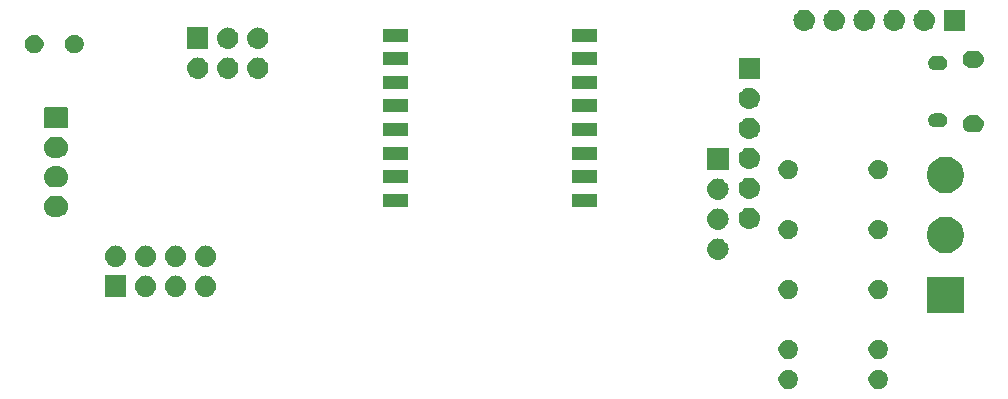
<source format=gbr>
G04 #@! TF.GenerationSoftware,KiCad,Pcbnew,5.0.2+dfsg1-1~bpo9+1*
G04 #@! TF.CreationDate,2020-03-04T21:18:40+01:00*
G04 #@! TF.ProjectId,things_02,7468696e-6773-45f3-9032-2e6b69636164,rev?*
G04 #@! TF.SameCoordinates,Original*
G04 #@! TF.FileFunction,Soldermask,Bot*
G04 #@! TF.FilePolarity,Negative*
%FSLAX46Y46*%
G04 Gerber Fmt 4.6, Leading zero omitted, Abs format (unit mm)*
G04 Created by KiCad (PCBNEW 5.0.2+dfsg1-1~bpo9+1) date Wed Mar  4 21:18:40 2020*
%MOMM*%
%LPD*%
G01*
G04 APERTURE LIST*
%ADD10C,0.100000*%
G04 APERTURE END LIST*
D10*
G36*
X141547142Y-115358242D02*
X141695102Y-115419530D01*
X141828258Y-115508502D01*
X141941498Y-115621742D01*
X142030470Y-115754898D01*
X142091758Y-115902858D01*
X142123000Y-116059925D01*
X142123000Y-116220075D01*
X142091758Y-116377142D01*
X142030470Y-116525102D01*
X141941498Y-116658258D01*
X141828258Y-116771498D01*
X141695102Y-116860470D01*
X141547142Y-116921758D01*
X141390075Y-116953000D01*
X141229925Y-116953000D01*
X141072858Y-116921758D01*
X140924898Y-116860470D01*
X140791742Y-116771498D01*
X140678502Y-116658258D01*
X140589530Y-116525102D01*
X140528242Y-116377142D01*
X140497000Y-116220075D01*
X140497000Y-116059925D01*
X140528242Y-115902858D01*
X140589530Y-115754898D01*
X140678502Y-115621742D01*
X140791742Y-115508502D01*
X140924898Y-115419530D01*
X141072858Y-115358242D01*
X141229925Y-115327000D01*
X141390075Y-115327000D01*
X141547142Y-115358242D01*
X141547142Y-115358242D01*
G37*
G36*
X133927142Y-115358242D02*
X134075102Y-115419530D01*
X134208258Y-115508502D01*
X134321498Y-115621742D01*
X134410470Y-115754898D01*
X134471758Y-115902858D01*
X134503000Y-116059925D01*
X134503000Y-116220075D01*
X134471758Y-116377142D01*
X134410470Y-116525102D01*
X134321498Y-116658258D01*
X134208258Y-116771498D01*
X134075102Y-116860470D01*
X133927142Y-116921758D01*
X133770075Y-116953000D01*
X133609925Y-116953000D01*
X133452858Y-116921758D01*
X133304898Y-116860470D01*
X133171742Y-116771498D01*
X133058502Y-116658258D01*
X132969530Y-116525102D01*
X132908242Y-116377142D01*
X132877000Y-116220075D01*
X132877000Y-116059925D01*
X132908242Y-115902858D01*
X132969530Y-115754898D01*
X133058502Y-115621742D01*
X133171742Y-115508502D01*
X133304898Y-115419530D01*
X133452858Y-115358242D01*
X133609925Y-115327000D01*
X133770075Y-115327000D01*
X133927142Y-115358242D01*
X133927142Y-115358242D01*
G37*
G36*
X141547142Y-112818242D02*
X141695102Y-112879530D01*
X141828258Y-112968502D01*
X141941498Y-113081742D01*
X142030470Y-113214898D01*
X142091758Y-113362858D01*
X142123000Y-113519925D01*
X142123000Y-113680075D01*
X142091758Y-113837142D01*
X142030470Y-113985102D01*
X141941498Y-114118258D01*
X141828258Y-114231498D01*
X141695102Y-114320470D01*
X141547142Y-114381758D01*
X141390075Y-114413000D01*
X141229925Y-114413000D01*
X141072858Y-114381758D01*
X140924898Y-114320470D01*
X140791742Y-114231498D01*
X140678502Y-114118258D01*
X140589530Y-113985102D01*
X140528242Y-113837142D01*
X140497000Y-113680075D01*
X140497000Y-113519925D01*
X140528242Y-113362858D01*
X140589530Y-113214898D01*
X140678502Y-113081742D01*
X140791742Y-112968502D01*
X140924898Y-112879530D01*
X141072858Y-112818242D01*
X141229925Y-112787000D01*
X141390075Y-112787000D01*
X141547142Y-112818242D01*
X141547142Y-112818242D01*
G37*
G36*
X133927142Y-112818242D02*
X134075102Y-112879530D01*
X134208258Y-112968502D01*
X134321498Y-113081742D01*
X134410470Y-113214898D01*
X134471758Y-113362858D01*
X134503000Y-113519925D01*
X134503000Y-113680075D01*
X134471758Y-113837142D01*
X134410470Y-113985102D01*
X134321498Y-114118258D01*
X134208258Y-114231498D01*
X134075102Y-114320470D01*
X133927142Y-114381758D01*
X133770075Y-114413000D01*
X133609925Y-114413000D01*
X133452858Y-114381758D01*
X133304898Y-114320470D01*
X133171742Y-114231498D01*
X133058502Y-114118258D01*
X132969530Y-113985102D01*
X132908242Y-113837142D01*
X132877000Y-113680075D01*
X132877000Y-113519925D01*
X132908242Y-113362858D01*
X132969530Y-113214898D01*
X133058502Y-113081742D01*
X133171742Y-112968502D01*
X133304898Y-112879530D01*
X133452858Y-112818242D01*
X133609925Y-112787000D01*
X133770075Y-112787000D01*
X133927142Y-112818242D01*
X133927142Y-112818242D01*
G37*
G36*
X148551000Y-110551000D02*
X145449000Y-110551000D01*
X145449000Y-107449000D01*
X148551000Y-107449000D01*
X148551000Y-110551000D01*
X148551000Y-110551000D01*
G37*
G36*
X141547142Y-107738242D02*
X141695102Y-107799530D01*
X141828258Y-107888502D01*
X141941498Y-108001742D01*
X142030470Y-108134898D01*
X142091758Y-108282858D01*
X142123000Y-108439925D01*
X142123000Y-108600075D01*
X142091758Y-108757142D01*
X142030470Y-108905102D01*
X141941498Y-109038258D01*
X141828258Y-109151498D01*
X141695102Y-109240470D01*
X141547142Y-109301758D01*
X141390075Y-109333000D01*
X141229925Y-109333000D01*
X141072858Y-109301758D01*
X140924898Y-109240470D01*
X140791742Y-109151498D01*
X140678502Y-109038258D01*
X140589530Y-108905102D01*
X140528242Y-108757142D01*
X140497000Y-108600075D01*
X140497000Y-108439925D01*
X140528242Y-108282858D01*
X140589530Y-108134898D01*
X140678502Y-108001742D01*
X140791742Y-107888502D01*
X140924898Y-107799530D01*
X141072858Y-107738242D01*
X141229925Y-107707000D01*
X141390075Y-107707000D01*
X141547142Y-107738242D01*
X141547142Y-107738242D01*
G37*
G36*
X133927142Y-107738242D02*
X134075102Y-107799530D01*
X134208258Y-107888502D01*
X134321498Y-108001742D01*
X134410470Y-108134898D01*
X134471758Y-108282858D01*
X134503000Y-108439925D01*
X134503000Y-108600075D01*
X134471758Y-108757142D01*
X134410470Y-108905102D01*
X134321498Y-109038258D01*
X134208258Y-109151498D01*
X134075102Y-109240470D01*
X133927142Y-109301758D01*
X133770075Y-109333000D01*
X133609925Y-109333000D01*
X133452858Y-109301758D01*
X133304898Y-109240470D01*
X133171742Y-109151498D01*
X133058502Y-109038258D01*
X132969530Y-108905102D01*
X132908242Y-108757142D01*
X132877000Y-108600075D01*
X132877000Y-108439925D01*
X132908242Y-108282858D01*
X132969530Y-108134898D01*
X133058502Y-108001742D01*
X133171742Y-107888502D01*
X133304898Y-107799530D01*
X133452858Y-107738242D01*
X133609925Y-107707000D01*
X133770075Y-107707000D01*
X133927142Y-107738242D01*
X133927142Y-107738242D01*
G37*
G36*
X77651000Y-109151000D02*
X75849000Y-109151000D01*
X75849000Y-107349000D01*
X77651000Y-107349000D01*
X77651000Y-109151000D01*
X77651000Y-109151000D01*
G37*
G36*
X79400442Y-107355518D02*
X79466627Y-107362037D01*
X79579853Y-107396384D01*
X79636467Y-107413557D01*
X79702775Y-107449000D01*
X79792991Y-107497222D01*
X79828729Y-107526552D01*
X79930186Y-107609814D01*
X80009943Y-107707000D01*
X80042778Y-107747009D01*
X80042779Y-107747011D01*
X80126443Y-107903533D01*
X80126443Y-107903534D01*
X80177963Y-108073373D01*
X80195359Y-108250000D01*
X80177963Y-108426627D01*
X80143616Y-108539853D01*
X80126443Y-108596467D01*
X80124514Y-108600075D01*
X80042778Y-108752991D01*
X80013448Y-108788729D01*
X79930186Y-108890186D01*
X79828729Y-108973448D01*
X79792991Y-109002778D01*
X79792989Y-109002779D01*
X79636467Y-109086443D01*
X79579853Y-109103616D01*
X79466627Y-109137963D01*
X79400442Y-109144482D01*
X79334260Y-109151000D01*
X79245740Y-109151000D01*
X79179558Y-109144482D01*
X79113373Y-109137963D01*
X79000147Y-109103616D01*
X78943533Y-109086443D01*
X78787011Y-109002779D01*
X78787009Y-109002778D01*
X78751271Y-108973448D01*
X78649814Y-108890186D01*
X78566552Y-108788729D01*
X78537222Y-108752991D01*
X78455486Y-108600075D01*
X78453557Y-108596467D01*
X78436384Y-108539853D01*
X78402037Y-108426627D01*
X78384641Y-108250000D01*
X78402037Y-108073373D01*
X78453557Y-107903534D01*
X78453557Y-107903533D01*
X78537221Y-107747011D01*
X78537222Y-107747009D01*
X78570057Y-107707000D01*
X78649814Y-107609814D01*
X78751271Y-107526552D01*
X78787009Y-107497222D01*
X78877225Y-107449000D01*
X78943533Y-107413557D01*
X79000147Y-107396384D01*
X79113373Y-107362037D01*
X79179558Y-107355518D01*
X79245740Y-107349000D01*
X79334260Y-107349000D01*
X79400442Y-107355518D01*
X79400442Y-107355518D01*
G37*
G36*
X81940442Y-107355518D02*
X82006627Y-107362037D01*
X82119853Y-107396384D01*
X82176467Y-107413557D01*
X82242775Y-107449000D01*
X82332991Y-107497222D01*
X82368729Y-107526552D01*
X82470186Y-107609814D01*
X82549943Y-107707000D01*
X82582778Y-107747009D01*
X82582779Y-107747011D01*
X82666443Y-107903533D01*
X82666443Y-107903534D01*
X82717963Y-108073373D01*
X82735359Y-108250000D01*
X82717963Y-108426627D01*
X82683616Y-108539853D01*
X82666443Y-108596467D01*
X82664514Y-108600075D01*
X82582778Y-108752991D01*
X82553448Y-108788729D01*
X82470186Y-108890186D01*
X82368729Y-108973448D01*
X82332991Y-109002778D01*
X82332989Y-109002779D01*
X82176467Y-109086443D01*
X82119853Y-109103616D01*
X82006627Y-109137963D01*
X81940442Y-109144482D01*
X81874260Y-109151000D01*
X81785740Y-109151000D01*
X81719558Y-109144482D01*
X81653373Y-109137963D01*
X81540147Y-109103616D01*
X81483533Y-109086443D01*
X81327011Y-109002779D01*
X81327009Y-109002778D01*
X81291271Y-108973448D01*
X81189814Y-108890186D01*
X81106552Y-108788729D01*
X81077222Y-108752991D01*
X80995486Y-108600075D01*
X80993557Y-108596467D01*
X80976384Y-108539853D01*
X80942037Y-108426627D01*
X80924641Y-108250000D01*
X80942037Y-108073373D01*
X80993557Y-107903534D01*
X80993557Y-107903533D01*
X81077221Y-107747011D01*
X81077222Y-107747009D01*
X81110057Y-107707000D01*
X81189814Y-107609814D01*
X81291271Y-107526552D01*
X81327009Y-107497222D01*
X81417225Y-107449000D01*
X81483533Y-107413557D01*
X81540147Y-107396384D01*
X81653373Y-107362037D01*
X81719558Y-107355518D01*
X81785740Y-107349000D01*
X81874260Y-107349000D01*
X81940442Y-107355518D01*
X81940442Y-107355518D01*
G37*
G36*
X84480442Y-107355518D02*
X84546627Y-107362037D01*
X84659853Y-107396384D01*
X84716467Y-107413557D01*
X84782775Y-107449000D01*
X84872991Y-107497222D01*
X84908729Y-107526552D01*
X85010186Y-107609814D01*
X85089943Y-107707000D01*
X85122778Y-107747009D01*
X85122779Y-107747011D01*
X85206443Y-107903533D01*
X85206443Y-107903534D01*
X85257963Y-108073373D01*
X85275359Y-108250000D01*
X85257963Y-108426627D01*
X85223616Y-108539853D01*
X85206443Y-108596467D01*
X85204514Y-108600075D01*
X85122778Y-108752991D01*
X85093448Y-108788729D01*
X85010186Y-108890186D01*
X84908729Y-108973448D01*
X84872991Y-109002778D01*
X84872989Y-109002779D01*
X84716467Y-109086443D01*
X84659853Y-109103616D01*
X84546627Y-109137963D01*
X84480442Y-109144482D01*
X84414260Y-109151000D01*
X84325740Y-109151000D01*
X84259558Y-109144482D01*
X84193373Y-109137963D01*
X84080147Y-109103616D01*
X84023533Y-109086443D01*
X83867011Y-109002779D01*
X83867009Y-109002778D01*
X83831271Y-108973448D01*
X83729814Y-108890186D01*
X83646552Y-108788729D01*
X83617222Y-108752991D01*
X83535486Y-108600075D01*
X83533557Y-108596467D01*
X83516384Y-108539853D01*
X83482037Y-108426627D01*
X83464641Y-108250000D01*
X83482037Y-108073373D01*
X83533557Y-107903534D01*
X83533557Y-107903533D01*
X83617221Y-107747011D01*
X83617222Y-107747009D01*
X83650057Y-107707000D01*
X83729814Y-107609814D01*
X83831271Y-107526552D01*
X83867009Y-107497222D01*
X83957225Y-107449000D01*
X84023533Y-107413557D01*
X84080147Y-107396384D01*
X84193373Y-107362037D01*
X84259558Y-107355518D01*
X84325740Y-107349000D01*
X84414260Y-107349000D01*
X84480442Y-107355518D01*
X84480442Y-107355518D01*
G37*
G36*
X84480442Y-104815518D02*
X84546627Y-104822037D01*
X84659853Y-104856384D01*
X84716467Y-104873557D01*
X84782223Y-104908705D01*
X84872991Y-104957222D01*
X84908729Y-104986552D01*
X85010186Y-105069814D01*
X85093448Y-105171271D01*
X85122778Y-105207009D01*
X85122779Y-105207011D01*
X85206443Y-105363533D01*
X85206443Y-105363534D01*
X85257963Y-105533373D01*
X85275359Y-105710000D01*
X85257963Y-105886627D01*
X85223616Y-105999853D01*
X85206443Y-106056467D01*
X85132348Y-106195087D01*
X85122778Y-106212991D01*
X85093448Y-106248729D01*
X85010186Y-106350186D01*
X84908729Y-106433448D01*
X84872991Y-106462778D01*
X84872989Y-106462779D01*
X84716467Y-106546443D01*
X84659853Y-106563616D01*
X84546627Y-106597963D01*
X84480442Y-106604482D01*
X84414260Y-106611000D01*
X84325740Y-106611000D01*
X84259558Y-106604482D01*
X84193373Y-106597963D01*
X84080147Y-106563616D01*
X84023533Y-106546443D01*
X83867011Y-106462779D01*
X83867009Y-106462778D01*
X83831271Y-106433448D01*
X83729814Y-106350186D01*
X83646552Y-106248729D01*
X83617222Y-106212991D01*
X83607652Y-106195087D01*
X83533557Y-106056467D01*
X83516384Y-105999853D01*
X83482037Y-105886627D01*
X83464641Y-105710000D01*
X83482037Y-105533373D01*
X83533557Y-105363534D01*
X83533557Y-105363533D01*
X83617221Y-105207011D01*
X83617222Y-105207009D01*
X83646552Y-105171271D01*
X83729814Y-105069814D01*
X83831271Y-104986552D01*
X83867009Y-104957222D01*
X83957777Y-104908705D01*
X84023533Y-104873557D01*
X84080147Y-104856384D01*
X84193373Y-104822037D01*
X84259558Y-104815518D01*
X84325740Y-104809000D01*
X84414260Y-104809000D01*
X84480442Y-104815518D01*
X84480442Y-104815518D01*
G37*
G36*
X76860442Y-104815518D02*
X76926627Y-104822037D01*
X77039853Y-104856384D01*
X77096467Y-104873557D01*
X77162223Y-104908705D01*
X77252991Y-104957222D01*
X77288729Y-104986552D01*
X77390186Y-105069814D01*
X77473448Y-105171271D01*
X77502778Y-105207009D01*
X77502779Y-105207011D01*
X77586443Y-105363533D01*
X77586443Y-105363534D01*
X77637963Y-105533373D01*
X77655359Y-105710000D01*
X77637963Y-105886627D01*
X77603616Y-105999853D01*
X77586443Y-106056467D01*
X77512348Y-106195087D01*
X77502778Y-106212991D01*
X77473448Y-106248729D01*
X77390186Y-106350186D01*
X77288729Y-106433448D01*
X77252991Y-106462778D01*
X77252989Y-106462779D01*
X77096467Y-106546443D01*
X77039853Y-106563616D01*
X76926627Y-106597963D01*
X76860442Y-106604482D01*
X76794260Y-106611000D01*
X76705740Y-106611000D01*
X76639558Y-106604482D01*
X76573373Y-106597963D01*
X76460147Y-106563616D01*
X76403533Y-106546443D01*
X76247011Y-106462779D01*
X76247009Y-106462778D01*
X76211271Y-106433448D01*
X76109814Y-106350186D01*
X76026552Y-106248729D01*
X75997222Y-106212991D01*
X75987652Y-106195087D01*
X75913557Y-106056467D01*
X75896384Y-105999853D01*
X75862037Y-105886627D01*
X75844641Y-105710000D01*
X75862037Y-105533373D01*
X75913557Y-105363534D01*
X75913557Y-105363533D01*
X75997221Y-105207011D01*
X75997222Y-105207009D01*
X76026552Y-105171271D01*
X76109814Y-105069814D01*
X76211271Y-104986552D01*
X76247009Y-104957222D01*
X76337777Y-104908705D01*
X76403533Y-104873557D01*
X76460147Y-104856384D01*
X76573373Y-104822037D01*
X76639558Y-104815518D01*
X76705740Y-104809000D01*
X76794260Y-104809000D01*
X76860442Y-104815518D01*
X76860442Y-104815518D01*
G37*
G36*
X79400442Y-104815518D02*
X79466627Y-104822037D01*
X79579853Y-104856384D01*
X79636467Y-104873557D01*
X79702223Y-104908705D01*
X79792991Y-104957222D01*
X79828729Y-104986552D01*
X79930186Y-105069814D01*
X80013448Y-105171271D01*
X80042778Y-105207009D01*
X80042779Y-105207011D01*
X80126443Y-105363533D01*
X80126443Y-105363534D01*
X80177963Y-105533373D01*
X80195359Y-105710000D01*
X80177963Y-105886627D01*
X80143616Y-105999853D01*
X80126443Y-106056467D01*
X80052348Y-106195087D01*
X80042778Y-106212991D01*
X80013448Y-106248729D01*
X79930186Y-106350186D01*
X79828729Y-106433448D01*
X79792991Y-106462778D01*
X79792989Y-106462779D01*
X79636467Y-106546443D01*
X79579853Y-106563616D01*
X79466627Y-106597963D01*
X79400442Y-106604482D01*
X79334260Y-106611000D01*
X79245740Y-106611000D01*
X79179558Y-106604482D01*
X79113373Y-106597963D01*
X79000147Y-106563616D01*
X78943533Y-106546443D01*
X78787011Y-106462779D01*
X78787009Y-106462778D01*
X78751271Y-106433448D01*
X78649814Y-106350186D01*
X78566552Y-106248729D01*
X78537222Y-106212991D01*
X78527652Y-106195087D01*
X78453557Y-106056467D01*
X78436384Y-105999853D01*
X78402037Y-105886627D01*
X78384641Y-105710000D01*
X78402037Y-105533373D01*
X78453557Y-105363534D01*
X78453557Y-105363533D01*
X78537221Y-105207011D01*
X78537222Y-105207009D01*
X78566552Y-105171271D01*
X78649814Y-105069814D01*
X78751271Y-104986552D01*
X78787009Y-104957222D01*
X78877777Y-104908705D01*
X78943533Y-104873557D01*
X79000147Y-104856384D01*
X79113373Y-104822037D01*
X79179558Y-104815518D01*
X79245740Y-104809000D01*
X79334260Y-104809000D01*
X79400442Y-104815518D01*
X79400442Y-104815518D01*
G37*
G36*
X81940442Y-104815518D02*
X82006627Y-104822037D01*
X82119853Y-104856384D01*
X82176467Y-104873557D01*
X82242223Y-104908705D01*
X82332991Y-104957222D01*
X82368729Y-104986552D01*
X82470186Y-105069814D01*
X82553448Y-105171271D01*
X82582778Y-105207009D01*
X82582779Y-105207011D01*
X82666443Y-105363533D01*
X82666443Y-105363534D01*
X82717963Y-105533373D01*
X82735359Y-105710000D01*
X82717963Y-105886627D01*
X82683616Y-105999853D01*
X82666443Y-106056467D01*
X82592348Y-106195087D01*
X82582778Y-106212991D01*
X82553448Y-106248729D01*
X82470186Y-106350186D01*
X82368729Y-106433448D01*
X82332991Y-106462778D01*
X82332989Y-106462779D01*
X82176467Y-106546443D01*
X82119853Y-106563616D01*
X82006627Y-106597963D01*
X81940442Y-106604482D01*
X81874260Y-106611000D01*
X81785740Y-106611000D01*
X81719558Y-106604482D01*
X81653373Y-106597963D01*
X81540147Y-106563616D01*
X81483533Y-106546443D01*
X81327011Y-106462779D01*
X81327009Y-106462778D01*
X81291271Y-106433448D01*
X81189814Y-106350186D01*
X81106552Y-106248729D01*
X81077222Y-106212991D01*
X81067652Y-106195087D01*
X80993557Y-106056467D01*
X80976384Y-105999853D01*
X80942037Y-105886627D01*
X80924641Y-105710000D01*
X80942037Y-105533373D01*
X80993557Y-105363534D01*
X80993557Y-105363533D01*
X81077221Y-105207011D01*
X81077222Y-105207009D01*
X81106552Y-105171271D01*
X81189814Y-105069814D01*
X81291271Y-104986552D01*
X81327009Y-104957222D01*
X81417777Y-104908705D01*
X81483533Y-104873557D01*
X81540147Y-104856384D01*
X81653373Y-104822037D01*
X81719558Y-104815518D01*
X81785740Y-104809000D01*
X81874260Y-104809000D01*
X81940442Y-104815518D01*
X81940442Y-104815518D01*
G37*
G36*
X127860442Y-104225518D02*
X127926627Y-104232037D01*
X128039853Y-104266384D01*
X128096467Y-104283557D01*
X128235087Y-104357652D01*
X128252991Y-104367222D01*
X128288729Y-104396552D01*
X128390186Y-104479814D01*
X128473448Y-104581271D01*
X128502778Y-104617009D01*
X128502779Y-104617011D01*
X128586443Y-104773533D01*
X128601156Y-104822037D01*
X128637963Y-104943373D01*
X128655359Y-105120000D01*
X128637963Y-105296627D01*
X128617667Y-105363533D01*
X128586443Y-105466467D01*
X128584020Y-105471000D01*
X128502778Y-105622991D01*
X128473448Y-105658729D01*
X128390186Y-105760186D01*
X128288729Y-105843448D01*
X128252991Y-105872778D01*
X128252989Y-105872779D01*
X128096467Y-105956443D01*
X128039853Y-105973616D01*
X127926627Y-106007963D01*
X127860443Y-106014481D01*
X127794260Y-106021000D01*
X127705740Y-106021000D01*
X127639557Y-106014481D01*
X127573373Y-106007963D01*
X127460147Y-105973616D01*
X127403533Y-105956443D01*
X127247011Y-105872779D01*
X127247009Y-105872778D01*
X127211271Y-105843448D01*
X127109814Y-105760186D01*
X127026552Y-105658729D01*
X126997222Y-105622991D01*
X126915980Y-105471000D01*
X126913557Y-105466467D01*
X126882333Y-105363533D01*
X126862037Y-105296627D01*
X126844641Y-105120000D01*
X126862037Y-104943373D01*
X126898844Y-104822037D01*
X126913557Y-104773533D01*
X126997221Y-104617011D01*
X126997222Y-104617009D01*
X127026552Y-104581271D01*
X127109814Y-104479814D01*
X127211271Y-104396552D01*
X127247009Y-104367222D01*
X127264913Y-104357652D01*
X127403533Y-104283557D01*
X127460147Y-104266384D01*
X127573373Y-104232037D01*
X127639557Y-104225519D01*
X127705740Y-104219000D01*
X127794260Y-104219000D01*
X127860442Y-104225518D01*
X127860442Y-104225518D01*
G37*
G36*
X147313635Y-102401000D02*
X147452410Y-102428604D01*
X147734674Y-102545521D01*
X147988705Y-102715259D01*
X148204741Y-102931295D01*
X148374479Y-103185326D01*
X148470210Y-103416443D01*
X148491396Y-103467591D01*
X148551000Y-103767238D01*
X148551000Y-104072762D01*
X148533553Y-104160471D01*
X148491396Y-104372410D01*
X148374479Y-104654674D01*
X148204741Y-104908705D01*
X147988705Y-105124741D01*
X147734674Y-105294479D01*
X147452410Y-105411396D01*
X147352527Y-105431264D01*
X147152762Y-105471000D01*
X146847238Y-105471000D01*
X146647473Y-105431264D01*
X146547590Y-105411396D01*
X146265326Y-105294479D01*
X146011295Y-105124741D01*
X145795259Y-104908705D01*
X145625521Y-104654674D01*
X145508604Y-104372410D01*
X145466447Y-104160471D01*
X145449000Y-104072762D01*
X145449000Y-103767238D01*
X145508604Y-103467591D01*
X145529790Y-103416443D01*
X145625521Y-103185326D01*
X145795259Y-102931295D01*
X146011295Y-102715259D01*
X146265326Y-102545521D01*
X146547590Y-102428604D01*
X146686365Y-102401000D01*
X146847238Y-102369000D01*
X147152762Y-102369000D01*
X147313635Y-102401000D01*
X147313635Y-102401000D01*
G37*
G36*
X133927142Y-102658242D02*
X134041583Y-102705646D01*
X134064799Y-102715262D01*
X134075102Y-102719530D01*
X134142130Y-102764317D01*
X134208257Y-102808501D01*
X134321499Y-102921743D01*
X134324655Y-102926467D01*
X134410470Y-103054898D01*
X134471758Y-103202858D01*
X134503000Y-103359925D01*
X134503000Y-103520075D01*
X134471758Y-103677142D01*
X134424354Y-103791583D01*
X134410471Y-103825100D01*
X134321499Y-103958257D01*
X134208257Y-104071499D01*
X134142130Y-104115683D01*
X134075102Y-104160470D01*
X133927142Y-104221758D01*
X133770075Y-104253000D01*
X133609925Y-104253000D01*
X133452858Y-104221758D01*
X133304898Y-104160470D01*
X133237870Y-104115683D01*
X133171743Y-104071499D01*
X133058501Y-103958257D01*
X132969529Y-103825100D01*
X132955646Y-103791583D01*
X132908242Y-103677142D01*
X132877000Y-103520075D01*
X132877000Y-103359925D01*
X132908242Y-103202858D01*
X132969530Y-103054898D01*
X133055345Y-102926467D01*
X133058501Y-102921743D01*
X133171743Y-102808501D01*
X133237870Y-102764317D01*
X133304898Y-102719530D01*
X133315202Y-102715262D01*
X133338417Y-102705646D01*
X133452858Y-102658242D01*
X133609925Y-102627000D01*
X133770075Y-102627000D01*
X133927142Y-102658242D01*
X133927142Y-102658242D01*
G37*
G36*
X141547142Y-102658242D02*
X141661583Y-102705646D01*
X141684799Y-102715262D01*
X141695102Y-102719530D01*
X141762130Y-102764317D01*
X141828257Y-102808501D01*
X141941499Y-102921743D01*
X141944655Y-102926467D01*
X142030470Y-103054898D01*
X142091758Y-103202858D01*
X142123000Y-103359925D01*
X142123000Y-103520075D01*
X142091758Y-103677142D01*
X142044354Y-103791583D01*
X142030471Y-103825100D01*
X141941499Y-103958257D01*
X141828257Y-104071499D01*
X141762130Y-104115683D01*
X141695102Y-104160470D01*
X141547142Y-104221758D01*
X141390075Y-104253000D01*
X141229925Y-104253000D01*
X141072858Y-104221758D01*
X140924898Y-104160470D01*
X140857870Y-104115683D01*
X140791743Y-104071499D01*
X140678501Y-103958257D01*
X140589529Y-103825100D01*
X140575646Y-103791583D01*
X140528242Y-103677142D01*
X140497000Y-103520075D01*
X140497000Y-103359925D01*
X140528242Y-103202858D01*
X140589530Y-103054898D01*
X140675345Y-102926467D01*
X140678501Y-102921743D01*
X140791743Y-102808501D01*
X140857870Y-102764317D01*
X140924898Y-102719530D01*
X140935202Y-102715262D01*
X140958417Y-102705646D01*
X141072858Y-102658242D01*
X141229925Y-102627000D01*
X141390075Y-102627000D01*
X141547142Y-102658242D01*
X141547142Y-102658242D01*
G37*
G36*
X127860443Y-101685519D02*
X127926627Y-101692037D01*
X128039853Y-101726384D01*
X128096467Y-101743557D01*
X128235087Y-101817652D01*
X128252991Y-101827222D01*
X128276441Y-101846467D01*
X128390186Y-101939814D01*
X128442033Y-102002991D01*
X128502778Y-102077009D01*
X128502779Y-102077011D01*
X128586443Y-102233533D01*
X128586443Y-102233534D01*
X128637963Y-102403373D01*
X128655359Y-102580000D01*
X128637963Y-102756627D01*
X128622227Y-102808501D01*
X128586443Y-102926467D01*
X128545539Y-103002991D01*
X128502778Y-103082991D01*
X128473448Y-103118729D01*
X128390186Y-103220186D01*
X128288729Y-103303448D01*
X128252991Y-103332778D01*
X128252989Y-103332779D01*
X128096467Y-103416443D01*
X128039853Y-103433616D01*
X127926627Y-103467963D01*
X127860442Y-103474482D01*
X127794260Y-103481000D01*
X127705740Y-103481000D01*
X127639558Y-103474482D01*
X127573373Y-103467963D01*
X127460147Y-103433616D01*
X127403533Y-103416443D01*
X127247011Y-103332779D01*
X127247009Y-103332778D01*
X127211271Y-103303448D01*
X127109814Y-103220186D01*
X127026552Y-103118729D01*
X126997222Y-103082991D01*
X126954461Y-103002991D01*
X126913557Y-102926467D01*
X126877773Y-102808501D01*
X126862037Y-102756627D01*
X126844641Y-102580000D01*
X126862037Y-102403373D01*
X126913557Y-102233534D01*
X126913557Y-102233533D01*
X126997221Y-102077011D01*
X126997222Y-102077009D01*
X127057967Y-102002991D01*
X127109814Y-101939814D01*
X127223559Y-101846467D01*
X127247009Y-101827222D01*
X127264913Y-101817652D01*
X127403533Y-101743557D01*
X127460147Y-101726384D01*
X127573373Y-101692037D01*
X127639558Y-101685518D01*
X127705740Y-101679000D01*
X127794260Y-101679000D01*
X127860443Y-101685519D01*
X127860443Y-101685519D01*
G37*
G36*
X130510443Y-101605519D02*
X130576627Y-101612037D01*
X130689853Y-101646384D01*
X130746467Y-101663557D01*
X130885087Y-101737652D01*
X130902991Y-101747222D01*
X130938729Y-101776552D01*
X131040186Y-101859814D01*
X131105839Y-101939814D01*
X131152778Y-101997009D01*
X131152779Y-101997011D01*
X131236443Y-102153533D01*
X131236443Y-102153534D01*
X131287963Y-102323373D01*
X131305359Y-102500000D01*
X131287963Y-102676627D01*
X131263696Y-102756625D01*
X131236443Y-102846467D01*
X131193682Y-102926466D01*
X131152778Y-103002991D01*
X131123448Y-103038729D01*
X131040186Y-103140186D01*
X130942705Y-103220185D01*
X130902991Y-103252778D01*
X130902989Y-103252779D01*
X130746467Y-103336443D01*
X130689853Y-103353616D01*
X130576627Y-103387963D01*
X130510442Y-103394482D01*
X130444260Y-103401000D01*
X130355740Y-103401000D01*
X130289558Y-103394482D01*
X130223373Y-103387963D01*
X130110147Y-103353616D01*
X130053533Y-103336443D01*
X129897011Y-103252779D01*
X129897009Y-103252778D01*
X129857295Y-103220185D01*
X129759814Y-103140186D01*
X129676552Y-103038729D01*
X129647222Y-103002991D01*
X129606318Y-102926466D01*
X129563557Y-102846467D01*
X129536304Y-102756625D01*
X129512037Y-102676627D01*
X129494641Y-102500000D01*
X129512037Y-102323373D01*
X129563557Y-102153534D01*
X129563557Y-102153533D01*
X129647221Y-101997011D01*
X129647222Y-101997009D01*
X129694161Y-101939814D01*
X129759814Y-101859814D01*
X129861271Y-101776552D01*
X129897009Y-101747222D01*
X129914913Y-101737652D01*
X130053533Y-101663557D01*
X130110147Y-101646384D01*
X130223373Y-101612037D01*
X130289557Y-101605519D01*
X130355740Y-101599000D01*
X130444260Y-101599000D01*
X130510443Y-101605519D01*
X130510443Y-101605519D01*
G37*
G36*
X71935443Y-100605519D02*
X72001627Y-100612037D01*
X72114853Y-100646384D01*
X72171467Y-100663557D01*
X72310087Y-100737652D01*
X72327991Y-100747222D01*
X72363729Y-100776552D01*
X72465186Y-100859814D01*
X72548448Y-100961271D01*
X72577778Y-100997009D01*
X72577779Y-100997011D01*
X72661443Y-101153533D01*
X72661443Y-101153534D01*
X72712963Y-101323373D01*
X72730359Y-101500000D01*
X72712963Y-101676627D01*
X72691548Y-101747222D01*
X72661443Y-101846467D01*
X72654308Y-101859815D01*
X72577778Y-102002991D01*
X72548448Y-102038729D01*
X72465186Y-102140186D01*
X72363729Y-102223448D01*
X72327991Y-102252778D01*
X72327989Y-102252779D01*
X72171467Y-102336443D01*
X72114853Y-102353616D01*
X72001627Y-102387963D01*
X71935443Y-102394481D01*
X71869260Y-102401000D01*
X71530740Y-102401000D01*
X71464557Y-102394481D01*
X71398373Y-102387963D01*
X71285147Y-102353616D01*
X71228533Y-102336443D01*
X71072011Y-102252779D01*
X71072009Y-102252778D01*
X71036271Y-102223448D01*
X70934814Y-102140186D01*
X70851552Y-102038729D01*
X70822222Y-102002991D01*
X70745692Y-101859815D01*
X70738557Y-101846467D01*
X70708452Y-101747222D01*
X70687037Y-101676627D01*
X70669641Y-101500000D01*
X70687037Y-101323373D01*
X70738557Y-101153534D01*
X70738557Y-101153533D01*
X70822221Y-100997011D01*
X70822222Y-100997009D01*
X70851552Y-100961271D01*
X70934814Y-100859814D01*
X71036271Y-100776552D01*
X71072009Y-100747222D01*
X71089913Y-100737652D01*
X71228533Y-100663557D01*
X71285147Y-100646384D01*
X71398373Y-100612037D01*
X71464558Y-100605518D01*
X71530740Y-100599000D01*
X71869260Y-100599000D01*
X71935443Y-100605519D01*
X71935443Y-100605519D01*
G37*
G36*
X101501000Y-101551000D02*
X99399000Y-101551000D01*
X99399000Y-100449000D01*
X101501000Y-100449000D01*
X101501000Y-101551000D01*
X101501000Y-101551000D01*
G37*
G36*
X117501000Y-101551000D02*
X115399000Y-101551000D01*
X115399000Y-100449000D01*
X117501000Y-100449000D01*
X117501000Y-101551000D01*
X117501000Y-101551000D01*
G37*
G36*
X127860442Y-99145518D02*
X127926627Y-99152037D01*
X128039853Y-99186384D01*
X128096467Y-99203557D01*
X128235087Y-99277652D01*
X128252991Y-99287222D01*
X128288729Y-99316552D01*
X128390186Y-99399814D01*
X128473448Y-99501271D01*
X128502778Y-99537009D01*
X128502779Y-99537011D01*
X128586443Y-99693533D01*
X128586443Y-99693534D01*
X128637963Y-99863373D01*
X128655359Y-100040000D01*
X128637963Y-100216627D01*
X128610711Y-100306466D01*
X128586443Y-100386467D01*
X128545539Y-100462991D01*
X128502778Y-100542991D01*
X128473448Y-100578729D01*
X128390186Y-100680186D01*
X128308502Y-100747221D01*
X128252991Y-100792778D01*
X128252989Y-100792779D01*
X128096467Y-100876443D01*
X128039853Y-100893616D01*
X127926627Y-100927963D01*
X127860442Y-100934482D01*
X127794260Y-100941000D01*
X127705740Y-100941000D01*
X127639557Y-100934481D01*
X127573373Y-100927963D01*
X127460147Y-100893616D01*
X127403533Y-100876443D01*
X127247011Y-100792779D01*
X127247009Y-100792778D01*
X127191498Y-100747221D01*
X127109814Y-100680186D01*
X127026552Y-100578729D01*
X126997222Y-100542991D01*
X126954461Y-100462991D01*
X126913557Y-100386467D01*
X126889289Y-100306466D01*
X126862037Y-100216627D01*
X126844641Y-100040000D01*
X126862037Y-99863373D01*
X126913557Y-99693534D01*
X126913557Y-99693533D01*
X126997221Y-99537011D01*
X126997222Y-99537009D01*
X127026552Y-99501271D01*
X127109814Y-99399814D01*
X127211271Y-99316552D01*
X127247009Y-99287222D01*
X127264913Y-99277652D01*
X127403533Y-99203557D01*
X127460147Y-99186384D01*
X127573373Y-99152037D01*
X127639557Y-99145519D01*
X127705740Y-99139000D01*
X127794260Y-99139000D01*
X127860442Y-99145518D01*
X127860442Y-99145518D01*
G37*
G36*
X130510442Y-99065518D02*
X130576627Y-99072037D01*
X130689853Y-99106384D01*
X130746467Y-99123557D01*
X130885087Y-99197652D01*
X130902991Y-99207222D01*
X130938729Y-99236552D01*
X131040186Y-99319814D01*
X131105839Y-99399814D01*
X131152778Y-99457009D01*
X131152779Y-99457011D01*
X131236443Y-99613533D01*
X131244528Y-99640186D01*
X131287963Y-99783373D01*
X131305359Y-99960000D01*
X131287963Y-100136627D01*
X131264347Y-100214479D01*
X131236443Y-100306467D01*
X131223118Y-100331396D01*
X131152778Y-100462991D01*
X131123448Y-100498729D01*
X131040186Y-100600186D01*
X130962967Y-100663557D01*
X130902991Y-100712778D01*
X130902989Y-100712779D01*
X130746467Y-100796443D01*
X130689853Y-100813616D01*
X130576627Y-100847963D01*
X130510443Y-100854481D01*
X130444260Y-100861000D01*
X130355740Y-100861000D01*
X130289558Y-100854482D01*
X130223373Y-100847963D01*
X130110147Y-100813616D01*
X130053533Y-100796443D01*
X129897011Y-100712779D01*
X129897009Y-100712778D01*
X129837033Y-100663557D01*
X129759814Y-100600186D01*
X129676552Y-100498729D01*
X129647222Y-100462991D01*
X129576882Y-100331396D01*
X129563557Y-100306467D01*
X129535653Y-100214479D01*
X129512037Y-100136627D01*
X129494641Y-99960000D01*
X129512037Y-99783373D01*
X129555472Y-99640186D01*
X129563557Y-99613533D01*
X129647221Y-99457011D01*
X129647222Y-99457009D01*
X129694161Y-99399814D01*
X129759814Y-99319814D01*
X129861271Y-99236552D01*
X129897009Y-99207222D01*
X129914913Y-99197652D01*
X130053533Y-99123557D01*
X130110147Y-99106384D01*
X130223373Y-99072037D01*
X130289558Y-99065518D01*
X130355740Y-99059000D01*
X130444260Y-99059000D01*
X130510442Y-99065518D01*
X130510442Y-99065518D01*
G37*
G36*
X147352527Y-97328736D02*
X147452410Y-97348604D01*
X147734674Y-97465521D01*
X147988705Y-97635259D01*
X148204741Y-97851295D01*
X148374479Y-98105326D01*
X148479891Y-98359815D01*
X148491396Y-98387591D01*
X148551000Y-98687238D01*
X148551000Y-98992762D01*
X148533553Y-99080471D01*
X148491396Y-99292410D01*
X148374479Y-99574674D01*
X148204741Y-99828705D01*
X147988705Y-100044741D01*
X147734674Y-100214479D01*
X147452410Y-100331396D01*
X147352527Y-100351264D01*
X147152762Y-100391000D01*
X146847238Y-100391000D01*
X146647473Y-100351264D01*
X146547590Y-100331396D01*
X146265326Y-100214479D01*
X146011295Y-100044741D01*
X145795259Y-99828705D01*
X145625521Y-99574674D01*
X145508604Y-99292410D01*
X145466447Y-99080471D01*
X145449000Y-98992762D01*
X145449000Y-98687238D01*
X145508604Y-98387591D01*
X145520109Y-98359815D01*
X145625521Y-98105326D01*
X145795259Y-97851295D01*
X146011295Y-97635259D01*
X146265326Y-97465521D01*
X146547590Y-97348604D01*
X146647473Y-97328736D01*
X146847238Y-97289000D01*
X147152762Y-97289000D01*
X147352527Y-97328736D01*
X147352527Y-97328736D01*
G37*
G36*
X71933488Y-98105326D02*
X72001627Y-98112037D01*
X72114853Y-98146384D01*
X72171467Y-98163557D01*
X72310087Y-98237652D01*
X72327991Y-98247222D01*
X72363729Y-98276552D01*
X72465186Y-98359814D01*
X72538378Y-98449000D01*
X72577778Y-98497009D01*
X72577779Y-98497011D01*
X72661443Y-98653533D01*
X72661443Y-98653534D01*
X72712963Y-98823373D01*
X72730359Y-99000000D01*
X72712963Y-99176627D01*
X72703682Y-99207221D01*
X72661443Y-99346467D01*
X72632928Y-99399814D01*
X72577778Y-99502991D01*
X72549860Y-99537009D01*
X72465186Y-99640186D01*
X72400180Y-99693534D01*
X72327991Y-99752778D01*
X72327989Y-99752779D01*
X72171467Y-99836443D01*
X72114853Y-99853616D01*
X72001627Y-99887963D01*
X71935443Y-99894481D01*
X71869260Y-99901000D01*
X71530740Y-99901000D01*
X71464557Y-99894481D01*
X71398373Y-99887963D01*
X71285147Y-99853616D01*
X71228533Y-99836443D01*
X71072011Y-99752779D01*
X71072009Y-99752778D01*
X70999820Y-99693534D01*
X70934814Y-99640186D01*
X70850140Y-99537009D01*
X70822222Y-99502991D01*
X70767072Y-99399814D01*
X70738557Y-99346467D01*
X70696318Y-99207221D01*
X70687037Y-99176627D01*
X70669641Y-99000000D01*
X70687037Y-98823373D01*
X70738557Y-98653534D01*
X70738557Y-98653533D01*
X70822221Y-98497011D01*
X70822222Y-98497009D01*
X70861622Y-98449000D01*
X70934814Y-98359814D01*
X71036271Y-98276552D01*
X71072009Y-98247222D01*
X71089913Y-98237652D01*
X71228533Y-98163557D01*
X71285147Y-98146384D01*
X71398373Y-98112037D01*
X71466512Y-98105326D01*
X71530740Y-98099000D01*
X71869260Y-98099000D01*
X71933488Y-98105326D01*
X71933488Y-98105326D01*
G37*
G36*
X117501000Y-99551000D02*
X115399000Y-99551000D01*
X115399000Y-98449000D01*
X117501000Y-98449000D01*
X117501000Y-99551000D01*
X117501000Y-99551000D01*
G37*
G36*
X101501000Y-99551000D02*
X99399000Y-99551000D01*
X99399000Y-98449000D01*
X101501000Y-98449000D01*
X101501000Y-99551000D01*
X101501000Y-99551000D01*
G37*
G36*
X133927142Y-97578242D02*
X134041583Y-97625646D01*
X134064799Y-97635262D01*
X134075102Y-97639530D01*
X134208258Y-97728502D01*
X134321498Y-97841742D01*
X134410470Y-97974898D01*
X134471758Y-98122858D01*
X134503000Y-98279925D01*
X134503000Y-98440075D01*
X134471758Y-98597142D01*
X134424354Y-98711583D01*
X134410471Y-98745100D01*
X134321499Y-98878257D01*
X134208257Y-98991499D01*
X134195534Y-99000000D01*
X134075102Y-99080470D01*
X133927142Y-99141758D01*
X133770075Y-99173000D01*
X133609925Y-99173000D01*
X133452858Y-99141758D01*
X133304898Y-99080470D01*
X133184466Y-99000000D01*
X133171743Y-98991499D01*
X133058501Y-98878257D01*
X132969529Y-98745100D01*
X132955646Y-98711583D01*
X132908242Y-98597142D01*
X132877000Y-98440075D01*
X132877000Y-98279925D01*
X132908242Y-98122858D01*
X132969530Y-97974898D01*
X133058502Y-97841742D01*
X133171742Y-97728502D01*
X133304898Y-97639530D01*
X133315202Y-97635262D01*
X133338417Y-97625646D01*
X133452858Y-97578242D01*
X133609925Y-97547000D01*
X133770075Y-97547000D01*
X133927142Y-97578242D01*
X133927142Y-97578242D01*
G37*
G36*
X141547142Y-97578242D02*
X141661583Y-97625646D01*
X141684799Y-97635262D01*
X141695102Y-97639530D01*
X141828258Y-97728502D01*
X141941498Y-97841742D01*
X142030470Y-97974898D01*
X142091758Y-98122858D01*
X142123000Y-98279925D01*
X142123000Y-98440075D01*
X142091758Y-98597142D01*
X142044354Y-98711583D01*
X142030471Y-98745100D01*
X141941499Y-98878257D01*
X141828257Y-98991499D01*
X141815534Y-99000000D01*
X141695102Y-99080470D01*
X141547142Y-99141758D01*
X141390075Y-99173000D01*
X141229925Y-99173000D01*
X141072858Y-99141758D01*
X140924898Y-99080470D01*
X140804466Y-99000000D01*
X140791743Y-98991499D01*
X140678501Y-98878257D01*
X140589529Y-98745100D01*
X140575646Y-98711583D01*
X140528242Y-98597142D01*
X140497000Y-98440075D01*
X140497000Y-98279925D01*
X140528242Y-98122858D01*
X140589530Y-97974898D01*
X140678502Y-97841742D01*
X140791742Y-97728502D01*
X140924898Y-97639530D01*
X140935202Y-97635262D01*
X140958417Y-97625646D01*
X141072858Y-97578242D01*
X141229925Y-97547000D01*
X141390075Y-97547000D01*
X141547142Y-97578242D01*
X141547142Y-97578242D01*
G37*
G36*
X128651000Y-98401000D02*
X126849000Y-98401000D01*
X126849000Y-96599000D01*
X128651000Y-96599000D01*
X128651000Y-98401000D01*
X128651000Y-98401000D01*
G37*
G36*
X130510442Y-96525518D02*
X130576627Y-96532037D01*
X130689853Y-96566384D01*
X130746467Y-96583557D01*
X130775358Y-96599000D01*
X130902991Y-96667222D01*
X130938729Y-96696552D01*
X131040186Y-96779814D01*
X131123448Y-96881271D01*
X131152778Y-96917009D01*
X131152779Y-96917011D01*
X131236443Y-97073533D01*
X131236443Y-97073534D01*
X131287963Y-97243373D01*
X131305359Y-97420000D01*
X131287963Y-97596627D01*
X131253616Y-97709853D01*
X131236443Y-97766467D01*
X131191102Y-97851293D01*
X131152778Y-97922991D01*
X131123448Y-97958729D01*
X131040186Y-98060186D01*
X130938729Y-98143448D01*
X130902991Y-98172778D01*
X130902989Y-98172779D01*
X130746467Y-98256443D01*
X130689853Y-98273616D01*
X130576627Y-98307963D01*
X130510442Y-98314482D01*
X130444260Y-98321000D01*
X130355740Y-98321000D01*
X130289558Y-98314482D01*
X130223373Y-98307963D01*
X130110147Y-98273616D01*
X130053533Y-98256443D01*
X129897011Y-98172779D01*
X129897009Y-98172778D01*
X129861271Y-98143448D01*
X129759814Y-98060186D01*
X129676552Y-97958729D01*
X129647222Y-97922991D01*
X129608898Y-97851293D01*
X129563557Y-97766467D01*
X129546384Y-97709853D01*
X129512037Y-97596627D01*
X129494641Y-97420000D01*
X129512037Y-97243373D01*
X129563557Y-97073534D01*
X129563557Y-97073533D01*
X129647221Y-96917011D01*
X129647222Y-96917009D01*
X129676552Y-96881271D01*
X129759814Y-96779814D01*
X129861271Y-96696552D01*
X129897009Y-96667222D01*
X130024642Y-96599000D01*
X130053533Y-96583557D01*
X130110147Y-96566384D01*
X130223373Y-96532037D01*
X130289558Y-96525518D01*
X130355740Y-96519000D01*
X130444260Y-96519000D01*
X130510442Y-96525518D01*
X130510442Y-96525518D01*
G37*
G36*
X117501000Y-97551000D02*
X115399000Y-97551000D01*
X115399000Y-96449000D01*
X117501000Y-96449000D01*
X117501000Y-97551000D01*
X117501000Y-97551000D01*
G37*
G36*
X101501000Y-97551000D02*
X99399000Y-97551000D01*
X99399000Y-96449000D01*
X101501000Y-96449000D01*
X101501000Y-97551000D01*
X101501000Y-97551000D01*
G37*
G36*
X71935442Y-95605518D02*
X72001627Y-95612037D01*
X72070004Y-95632779D01*
X72171467Y-95663557D01*
X72270408Y-95716443D01*
X72327991Y-95747222D01*
X72353264Y-95767963D01*
X72465186Y-95859814D01*
X72548448Y-95961271D01*
X72577778Y-95997009D01*
X72577779Y-95997011D01*
X72661443Y-96153533D01*
X72661443Y-96153534D01*
X72712963Y-96323373D01*
X72730359Y-96500000D01*
X72712963Y-96676627D01*
X72681662Y-96779814D01*
X72661443Y-96846467D01*
X72623737Y-96917009D01*
X72577778Y-97002991D01*
X72548448Y-97038729D01*
X72465186Y-97140186D01*
X72363729Y-97223448D01*
X72327991Y-97252778D01*
X72327989Y-97252779D01*
X72171467Y-97336443D01*
X72114853Y-97353616D01*
X72001627Y-97387963D01*
X71935443Y-97394481D01*
X71869260Y-97401000D01*
X71530740Y-97401000D01*
X71464557Y-97394481D01*
X71398373Y-97387963D01*
X71285147Y-97353616D01*
X71228533Y-97336443D01*
X71072011Y-97252779D01*
X71072009Y-97252778D01*
X71036271Y-97223448D01*
X70934814Y-97140186D01*
X70851552Y-97038729D01*
X70822222Y-97002991D01*
X70776263Y-96917009D01*
X70738557Y-96846467D01*
X70718338Y-96779814D01*
X70687037Y-96676627D01*
X70669641Y-96500000D01*
X70687037Y-96323373D01*
X70738557Y-96153534D01*
X70738557Y-96153533D01*
X70822221Y-95997011D01*
X70822222Y-95997009D01*
X70851552Y-95961271D01*
X70934814Y-95859814D01*
X71046736Y-95767963D01*
X71072009Y-95747222D01*
X71129592Y-95716443D01*
X71228533Y-95663557D01*
X71329996Y-95632779D01*
X71398373Y-95612037D01*
X71464558Y-95605518D01*
X71530740Y-95599000D01*
X71869260Y-95599000D01*
X71935442Y-95605518D01*
X71935442Y-95605518D01*
G37*
G36*
X130510442Y-93985518D02*
X130576627Y-93992037D01*
X130689853Y-94026384D01*
X130746467Y-94043557D01*
X130851509Y-94099704D01*
X130902991Y-94127222D01*
X130938729Y-94156552D01*
X131040186Y-94239814D01*
X131123448Y-94341271D01*
X131152778Y-94377009D01*
X131152779Y-94377011D01*
X131236443Y-94533533D01*
X131236443Y-94533534D01*
X131287963Y-94703373D01*
X131305359Y-94880000D01*
X131287963Y-95056627D01*
X131271297Y-95111567D01*
X131236443Y-95226467D01*
X131234020Y-95231000D01*
X131152778Y-95382991D01*
X131123448Y-95418729D01*
X131040186Y-95520186D01*
X130944149Y-95599000D01*
X130902991Y-95632778D01*
X130902989Y-95632779D01*
X130746467Y-95716443D01*
X130689853Y-95733616D01*
X130576627Y-95767963D01*
X130510443Y-95774481D01*
X130444260Y-95781000D01*
X130355740Y-95781000D01*
X130289557Y-95774481D01*
X130223373Y-95767963D01*
X130110147Y-95733616D01*
X130053533Y-95716443D01*
X129897011Y-95632779D01*
X129897009Y-95632778D01*
X129855851Y-95599000D01*
X129759814Y-95520186D01*
X129676552Y-95418729D01*
X129647222Y-95382991D01*
X129565980Y-95231000D01*
X129563557Y-95226467D01*
X129528703Y-95111567D01*
X129512037Y-95056627D01*
X129494641Y-94880000D01*
X129512037Y-94703373D01*
X129563557Y-94533534D01*
X129563557Y-94533533D01*
X129647221Y-94377011D01*
X129647222Y-94377009D01*
X129676552Y-94341271D01*
X129759814Y-94239814D01*
X129861271Y-94156552D01*
X129897009Y-94127222D01*
X129948491Y-94099704D01*
X130053533Y-94043557D01*
X130110147Y-94026384D01*
X130223373Y-93992037D01*
X130289557Y-93985519D01*
X130355740Y-93979000D01*
X130444260Y-93979000D01*
X130510442Y-93985518D01*
X130510442Y-93985518D01*
G37*
G36*
X117501000Y-95551000D02*
X115399000Y-95551000D01*
X115399000Y-94449000D01*
X117501000Y-94449000D01*
X117501000Y-95551000D01*
X117501000Y-95551000D01*
G37*
G36*
X101501000Y-95551000D02*
X99399000Y-95551000D01*
X99399000Y-94449000D01*
X101501000Y-94449000D01*
X101501000Y-95551000D01*
X101501000Y-95551000D01*
G37*
G36*
X149596991Y-93781101D02*
X149682321Y-93789505D01*
X149819172Y-93831019D01*
X149819174Y-93831020D01*
X149819177Y-93831021D01*
X149945296Y-93898432D01*
X150055843Y-93989157D01*
X150146568Y-94099704D01*
X150213979Y-94225823D01*
X150213980Y-94225826D01*
X150213981Y-94225828D01*
X150255495Y-94362679D01*
X150269512Y-94505000D01*
X150255495Y-94647321D01*
X150213981Y-94784172D01*
X150213979Y-94784177D01*
X150146568Y-94910296D01*
X150055843Y-95020843D01*
X149945296Y-95111568D01*
X149819177Y-95178979D01*
X149819174Y-95178980D01*
X149819172Y-95178981D01*
X149682321Y-95220495D01*
X149596991Y-95228899D01*
X149575660Y-95231000D01*
X149154340Y-95231000D01*
X149133009Y-95228899D01*
X149047679Y-95220495D01*
X148910828Y-95178981D01*
X148910826Y-95178980D01*
X148910823Y-95178979D01*
X148784704Y-95111568D01*
X148674157Y-95020843D01*
X148583432Y-94910296D01*
X148516021Y-94784177D01*
X148516019Y-94784172D01*
X148474505Y-94647321D01*
X148460488Y-94505000D01*
X148474505Y-94362679D01*
X148516019Y-94225828D01*
X148516020Y-94225826D01*
X148516021Y-94225823D01*
X148583432Y-94099704D01*
X148674157Y-93989157D01*
X148784704Y-93898432D01*
X148910823Y-93831021D01*
X148910826Y-93831020D01*
X148910828Y-93831019D01*
X149047679Y-93789505D01*
X149133009Y-93781101D01*
X149154340Y-93779000D01*
X149575660Y-93779000D01*
X149596991Y-93781101D01*
X149596991Y-93781101D01*
G37*
G36*
X72583600Y-93102989D02*
X72616649Y-93113014D01*
X72647106Y-93129294D01*
X72673799Y-93151201D01*
X72695706Y-93177894D01*
X72711986Y-93208351D01*
X72722011Y-93241400D01*
X72726000Y-93281904D01*
X72726000Y-94718096D01*
X72722011Y-94758600D01*
X72711986Y-94791649D01*
X72695706Y-94822106D01*
X72673799Y-94848799D01*
X72647106Y-94870706D01*
X72616649Y-94886986D01*
X72583600Y-94897011D01*
X72543096Y-94901000D01*
X70856904Y-94901000D01*
X70816400Y-94897011D01*
X70783351Y-94886986D01*
X70752894Y-94870706D01*
X70726201Y-94848799D01*
X70704294Y-94822106D01*
X70688014Y-94791649D01*
X70677989Y-94758600D01*
X70674000Y-94718096D01*
X70674000Y-93281904D01*
X70677989Y-93241400D01*
X70688014Y-93208351D01*
X70704294Y-93177894D01*
X70726201Y-93151201D01*
X70752894Y-93129294D01*
X70783351Y-93113014D01*
X70816400Y-93102989D01*
X70856904Y-93099000D01*
X72543096Y-93099000D01*
X72583600Y-93102989D01*
X72583600Y-93102989D01*
G37*
G36*
X146682818Y-93602696D02*
X146796105Y-93637062D01*
X146900513Y-93692869D01*
X146992027Y-93767973D01*
X147067131Y-93859487D01*
X147122938Y-93963895D01*
X147157304Y-94077182D01*
X147168907Y-94195000D01*
X147157304Y-94312818D01*
X147122938Y-94426105D01*
X147067131Y-94530513D01*
X146992027Y-94622027D01*
X146900513Y-94697131D01*
X146796105Y-94752938D01*
X146682818Y-94787304D01*
X146594519Y-94796000D01*
X146135481Y-94796000D01*
X146047182Y-94787304D01*
X145933895Y-94752938D01*
X145829487Y-94697131D01*
X145737973Y-94622027D01*
X145662869Y-94530513D01*
X145607062Y-94426105D01*
X145572696Y-94312818D01*
X145561093Y-94195000D01*
X145572696Y-94077182D01*
X145607062Y-93963895D01*
X145662869Y-93859487D01*
X145737973Y-93767973D01*
X145829487Y-93692869D01*
X145933895Y-93637062D01*
X146047182Y-93602696D01*
X146135481Y-93594000D01*
X146594519Y-93594000D01*
X146682818Y-93602696D01*
X146682818Y-93602696D01*
G37*
G36*
X117501000Y-93551000D02*
X115399000Y-93551000D01*
X115399000Y-92449000D01*
X117501000Y-92449000D01*
X117501000Y-93551000D01*
X117501000Y-93551000D01*
G37*
G36*
X101501000Y-93551000D02*
X99399000Y-93551000D01*
X99399000Y-92449000D01*
X101501000Y-92449000D01*
X101501000Y-93551000D01*
X101501000Y-93551000D01*
G37*
G36*
X130510443Y-91445519D02*
X130576627Y-91452037D01*
X130689853Y-91486384D01*
X130746467Y-91503557D01*
X130835225Y-91551000D01*
X130902991Y-91587222D01*
X130938729Y-91616552D01*
X131040186Y-91699814D01*
X131123448Y-91801271D01*
X131152778Y-91837009D01*
X131152779Y-91837011D01*
X131236443Y-91993533D01*
X131236443Y-91993534D01*
X131287963Y-92163373D01*
X131305359Y-92340000D01*
X131287963Y-92516627D01*
X131253616Y-92629853D01*
X131236443Y-92686467D01*
X131162348Y-92825087D01*
X131152778Y-92842991D01*
X131123448Y-92878729D01*
X131040186Y-92980186D01*
X130938729Y-93063448D01*
X130902991Y-93092778D01*
X130902989Y-93092779D01*
X130746467Y-93176443D01*
X130689853Y-93193616D01*
X130576627Y-93227963D01*
X130510442Y-93234482D01*
X130444260Y-93241000D01*
X130355740Y-93241000D01*
X130289558Y-93234482D01*
X130223373Y-93227963D01*
X130110147Y-93193616D01*
X130053533Y-93176443D01*
X129897011Y-93092779D01*
X129897009Y-93092778D01*
X129861271Y-93063448D01*
X129759814Y-92980186D01*
X129676552Y-92878729D01*
X129647222Y-92842991D01*
X129637652Y-92825087D01*
X129563557Y-92686467D01*
X129546384Y-92629853D01*
X129512037Y-92516627D01*
X129494641Y-92340000D01*
X129512037Y-92163373D01*
X129563557Y-91993534D01*
X129563557Y-91993533D01*
X129647221Y-91837011D01*
X129647222Y-91837009D01*
X129676552Y-91801271D01*
X129759814Y-91699814D01*
X129861271Y-91616552D01*
X129897009Y-91587222D01*
X129964775Y-91551000D01*
X130053533Y-91503557D01*
X130110147Y-91486384D01*
X130223373Y-91452037D01*
X130289557Y-91445519D01*
X130355740Y-91439000D01*
X130444260Y-91439000D01*
X130510443Y-91445519D01*
X130510443Y-91445519D01*
G37*
G36*
X117501000Y-91551000D02*
X115399000Y-91551000D01*
X115399000Y-90449000D01*
X117501000Y-90449000D01*
X117501000Y-91551000D01*
X117501000Y-91551000D01*
G37*
G36*
X101501000Y-91551000D02*
X99399000Y-91551000D01*
X99399000Y-90449000D01*
X101501000Y-90449000D01*
X101501000Y-91551000D01*
X101501000Y-91551000D01*
G37*
G36*
X131301000Y-90701000D02*
X129499000Y-90701000D01*
X129499000Y-88899000D01*
X131301000Y-88899000D01*
X131301000Y-90701000D01*
X131301000Y-90701000D01*
G37*
G36*
X88900442Y-88895518D02*
X88966627Y-88902037D01*
X89079853Y-88936384D01*
X89136467Y-88953557D01*
X89275087Y-89027652D01*
X89292991Y-89037222D01*
X89302468Y-89045000D01*
X89430186Y-89149814D01*
X89513448Y-89251271D01*
X89542778Y-89287009D01*
X89542779Y-89287011D01*
X89626443Y-89443533D01*
X89626443Y-89443534D01*
X89677963Y-89613373D01*
X89695359Y-89790000D01*
X89677963Y-89966627D01*
X89643616Y-90079853D01*
X89626443Y-90136467D01*
X89552348Y-90275087D01*
X89542778Y-90292991D01*
X89513448Y-90328729D01*
X89430186Y-90430186D01*
X89328729Y-90513448D01*
X89292991Y-90542778D01*
X89292989Y-90542779D01*
X89136467Y-90626443D01*
X89079853Y-90643616D01*
X88966627Y-90677963D01*
X88900443Y-90684481D01*
X88834260Y-90691000D01*
X88745740Y-90691000D01*
X88679557Y-90684481D01*
X88613373Y-90677963D01*
X88500147Y-90643616D01*
X88443533Y-90626443D01*
X88287011Y-90542779D01*
X88287009Y-90542778D01*
X88251271Y-90513448D01*
X88149814Y-90430186D01*
X88066552Y-90328729D01*
X88037222Y-90292991D01*
X88027652Y-90275087D01*
X87953557Y-90136467D01*
X87936384Y-90079853D01*
X87902037Y-89966627D01*
X87884641Y-89790000D01*
X87902037Y-89613373D01*
X87953557Y-89443534D01*
X87953557Y-89443533D01*
X88037221Y-89287011D01*
X88037222Y-89287009D01*
X88066552Y-89251271D01*
X88149814Y-89149814D01*
X88277532Y-89045000D01*
X88287009Y-89037222D01*
X88304913Y-89027652D01*
X88443533Y-88953557D01*
X88500147Y-88936384D01*
X88613373Y-88902037D01*
X88679558Y-88895518D01*
X88745740Y-88889000D01*
X88834260Y-88889000D01*
X88900442Y-88895518D01*
X88900442Y-88895518D01*
G37*
G36*
X83820442Y-88895518D02*
X83886627Y-88902037D01*
X83999853Y-88936384D01*
X84056467Y-88953557D01*
X84195087Y-89027652D01*
X84212991Y-89037222D01*
X84222468Y-89045000D01*
X84350186Y-89149814D01*
X84433448Y-89251271D01*
X84462778Y-89287009D01*
X84462779Y-89287011D01*
X84546443Y-89443533D01*
X84546443Y-89443534D01*
X84597963Y-89613373D01*
X84615359Y-89790000D01*
X84597963Y-89966627D01*
X84563616Y-90079853D01*
X84546443Y-90136467D01*
X84472348Y-90275087D01*
X84462778Y-90292991D01*
X84433448Y-90328729D01*
X84350186Y-90430186D01*
X84248729Y-90513448D01*
X84212991Y-90542778D01*
X84212989Y-90542779D01*
X84056467Y-90626443D01*
X83999853Y-90643616D01*
X83886627Y-90677963D01*
X83820443Y-90684481D01*
X83754260Y-90691000D01*
X83665740Y-90691000D01*
X83599557Y-90684481D01*
X83533373Y-90677963D01*
X83420147Y-90643616D01*
X83363533Y-90626443D01*
X83207011Y-90542779D01*
X83207009Y-90542778D01*
X83171271Y-90513448D01*
X83069814Y-90430186D01*
X82986552Y-90328729D01*
X82957222Y-90292991D01*
X82947652Y-90275087D01*
X82873557Y-90136467D01*
X82856384Y-90079853D01*
X82822037Y-89966627D01*
X82804641Y-89790000D01*
X82822037Y-89613373D01*
X82873557Y-89443534D01*
X82873557Y-89443533D01*
X82957221Y-89287011D01*
X82957222Y-89287009D01*
X82986552Y-89251271D01*
X83069814Y-89149814D01*
X83197532Y-89045000D01*
X83207009Y-89037222D01*
X83224913Y-89027652D01*
X83363533Y-88953557D01*
X83420147Y-88936384D01*
X83533373Y-88902037D01*
X83599558Y-88895518D01*
X83665740Y-88889000D01*
X83754260Y-88889000D01*
X83820442Y-88895518D01*
X83820442Y-88895518D01*
G37*
G36*
X86360442Y-88895518D02*
X86426627Y-88902037D01*
X86539853Y-88936384D01*
X86596467Y-88953557D01*
X86735087Y-89027652D01*
X86752991Y-89037222D01*
X86762468Y-89045000D01*
X86890186Y-89149814D01*
X86973448Y-89251271D01*
X87002778Y-89287009D01*
X87002779Y-89287011D01*
X87086443Y-89443533D01*
X87086443Y-89443534D01*
X87137963Y-89613373D01*
X87155359Y-89790000D01*
X87137963Y-89966627D01*
X87103616Y-90079853D01*
X87086443Y-90136467D01*
X87012348Y-90275087D01*
X87002778Y-90292991D01*
X86973448Y-90328729D01*
X86890186Y-90430186D01*
X86788729Y-90513448D01*
X86752991Y-90542778D01*
X86752989Y-90542779D01*
X86596467Y-90626443D01*
X86539853Y-90643616D01*
X86426627Y-90677963D01*
X86360443Y-90684481D01*
X86294260Y-90691000D01*
X86205740Y-90691000D01*
X86139557Y-90684481D01*
X86073373Y-90677963D01*
X85960147Y-90643616D01*
X85903533Y-90626443D01*
X85747011Y-90542779D01*
X85747009Y-90542778D01*
X85711271Y-90513448D01*
X85609814Y-90430186D01*
X85526552Y-90328729D01*
X85497222Y-90292991D01*
X85487652Y-90275087D01*
X85413557Y-90136467D01*
X85396384Y-90079853D01*
X85362037Y-89966627D01*
X85344641Y-89790000D01*
X85362037Y-89613373D01*
X85413557Y-89443534D01*
X85413557Y-89443533D01*
X85497221Y-89287011D01*
X85497222Y-89287009D01*
X85526552Y-89251271D01*
X85609814Y-89149814D01*
X85737532Y-89045000D01*
X85747009Y-89037222D01*
X85764913Y-89027652D01*
X85903533Y-88953557D01*
X85960147Y-88936384D01*
X86073373Y-88902037D01*
X86139558Y-88895518D01*
X86205740Y-88889000D01*
X86294260Y-88889000D01*
X86360442Y-88895518D01*
X86360442Y-88895518D01*
G37*
G36*
X146682818Y-88762696D02*
X146796105Y-88797062D01*
X146900513Y-88852869D01*
X146992027Y-88927973D01*
X147067131Y-89019487D01*
X147122938Y-89123895D01*
X147157304Y-89237182D01*
X147168907Y-89355000D01*
X147157304Y-89472818D01*
X147122938Y-89586105D01*
X147067131Y-89690513D01*
X146992027Y-89782027D01*
X146900513Y-89857131D01*
X146796105Y-89912938D01*
X146682818Y-89947304D01*
X146594519Y-89956000D01*
X146135481Y-89956000D01*
X146047182Y-89947304D01*
X145933895Y-89912938D01*
X145829487Y-89857131D01*
X145737973Y-89782027D01*
X145662869Y-89690513D01*
X145607062Y-89586105D01*
X145572696Y-89472818D01*
X145561093Y-89355000D01*
X145572696Y-89237182D01*
X145607062Y-89123895D01*
X145662869Y-89019487D01*
X145737973Y-88927973D01*
X145829487Y-88852869D01*
X145933895Y-88797062D01*
X146047182Y-88762696D01*
X146135481Y-88754000D01*
X146594519Y-88754000D01*
X146682818Y-88762696D01*
X146682818Y-88762696D01*
G37*
G36*
X149596991Y-88321101D02*
X149682321Y-88329505D01*
X149819172Y-88371019D01*
X149819174Y-88371020D01*
X149819177Y-88371021D01*
X149945296Y-88438432D01*
X150055843Y-88529157D01*
X150146568Y-88639704D01*
X150213979Y-88765823D01*
X150213980Y-88765826D01*
X150213981Y-88765828D01*
X150255495Y-88902679D01*
X150269512Y-89045000D01*
X150255495Y-89187321D01*
X150213981Y-89324172D01*
X150213979Y-89324177D01*
X150146568Y-89450296D01*
X150055843Y-89560843D01*
X149945296Y-89651568D01*
X149819177Y-89718979D01*
X149819174Y-89718980D01*
X149819172Y-89718981D01*
X149682321Y-89760495D01*
X149596991Y-89768899D01*
X149575660Y-89771000D01*
X149154340Y-89771000D01*
X149133009Y-89768899D01*
X149047679Y-89760495D01*
X148910828Y-89718981D01*
X148910826Y-89718980D01*
X148910823Y-89718979D01*
X148784704Y-89651568D01*
X148674157Y-89560843D01*
X148583432Y-89450296D01*
X148516021Y-89324177D01*
X148516019Y-89324172D01*
X148474505Y-89187321D01*
X148460488Y-89045000D01*
X148474505Y-88902679D01*
X148516019Y-88765828D01*
X148516020Y-88765826D01*
X148516021Y-88765823D01*
X148583432Y-88639704D01*
X148674157Y-88529157D01*
X148784704Y-88438432D01*
X148910823Y-88371021D01*
X148910826Y-88371020D01*
X148910828Y-88371019D01*
X149047679Y-88329505D01*
X149133009Y-88321101D01*
X149154340Y-88319000D01*
X149575660Y-88319000D01*
X149596991Y-88321101D01*
X149596991Y-88321101D01*
G37*
G36*
X117501000Y-89551000D02*
X115399000Y-89551000D01*
X115399000Y-88449000D01*
X117501000Y-88449000D01*
X117501000Y-89551000D01*
X117501000Y-89551000D01*
G37*
G36*
X101501000Y-89551000D02*
X99399000Y-89551000D01*
X99399000Y-88449000D01*
X101501000Y-88449000D01*
X101501000Y-89551000D01*
X101501000Y-89551000D01*
G37*
G36*
X70083643Y-86979781D02*
X70229415Y-87040162D01*
X70360611Y-87127824D01*
X70472176Y-87239389D01*
X70559838Y-87370585D01*
X70620219Y-87516357D01*
X70651000Y-87671107D01*
X70651000Y-87828893D01*
X70620219Y-87983643D01*
X70559838Y-88129415D01*
X70472176Y-88260611D01*
X70360611Y-88372176D01*
X70229415Y-88459838D01*
X70083643Y-88520219D01*
X69928893Y-88551000D01*
X69771107Y-88551000D01*
X69616357Y-88520219D01*
X69470585Y-88459838D01*
X69339389Y-88372176D01*
X69227824Y-88260611D01*
X69140162Y-88129415D01*
X69079781Y-87983643D01*
X69049000Y-87828893D01*
X69049000Y-87671107D01*
X69079781Y-87516357D01*
X69140162Y-87370585D01*
X69227824Y-87239389D01*
X69339389Y-87127824D01*
X69470585Y-87040162D01*
X69616357Y-86979781D01*
X69771107Y-86949000D01*
X69928893Y-86949000D01*
X70083643Y-86979781D01*
X70083643Y-86979781D01*
G37*
G36*
X73483643Y-86979781D02*
X73629415Y-87040162D01*
X73760611Y-87127824D01*
X73872176Y-87239389D01*
X73959838Y-87370585D01*
X74020219Y-87516357D01*
X74051000Y-87671107D01*
X74051000Y-87828893D01*
X74020219Y-87983643D01*
X73959838Y-88129415D01*
X73872176Y-88260611D01*
X73760611Y-88372176D01*
X73629415Y-88459838D01*
X73483643Y-88520219D01*
X73328893Y-88551000D01*
X73171107Y-88551000D01*
X73016357Y-88520219D01*
X72870585Y-88459838D01*
X72739389Y-88372176D01*
X72627824Y-88260611D01*
X72540162Y-88129415D01*
X72479781Y-87983643D01*
X72449000Y-87828893D01*
X72449000Y-87671107D01*
X72479781Y-87516357D01*
X72540162Y-87370585D01*
X72627824Y-87239389D01*
X72739389Y-87127824D01*
X72870585Y-87040162D01*
X73016357Y-86979781D01*
X73171107Y-86949000D01*
X73328893Y-86949000D01*
X73483643Y-86979781D01*
X73483643Y-86979781D01*
G37*
G36*
X88900443Y-86355519D02*
X88966627Y-86362037D01*
X89059422Y-86390186D01*
X89136467Y-86413557D01*
X89202775Y-86449000D01*
X89292991Y-86497222D01*
X89299762Y-86502779D01*
X89430186Y-86609814D01*
X89513448Y-86711271D01*
X89542778Y-86747009D01*
X89542779Y-86747011D01*
X89626443Y-86903533D01*
X89626443Y-86903534D01*
X89677963Y-87073373D01*
X89695359Y-87250000D01*
X89677963Y-87426627D01*
X89650744Y-87516357D01*
X89626443Y-87596467D01*
X89586546Y-87671107D01*
X89542778Y-87752991D01*
X89513448Y-87788729D01*
X89430186Y-87890186D01*
X89328729Y-87973448D01*
X89292991Y-88002778D01*
X89292989Y-88002779D01*
X89136467Y-88086443D01*
X89079853Y-88103616D01*
X88966627Y-88137963D01*
X88900442Y-88144482D01*
X88834260Y-88151000D01*
X88745740Y-88151000D01*
X88679558Y-88144482D01*
X88613373Y-88137963D01*
X88500147Y-88103616D01*
X88443533Y-88086443D01*
X88287011Y-88002779D01*
X88287009Y-88002778D01*
X88251271Y-87973448D01*
X88149814Y-87890186D01*
X88066552Y-87788729D01*
X88037222Y-87752991D01*
X87993454Y-87671107D01*
X87953557Y-87596467D01*
X87929256Y-87516357D01*
X87902037Y-87426627D01*
X87884641Y-87250000D01*
X87902037Y-87073373D01*
X87953557Y-86903534D01*
X87953557Y-86903533D01*
X88037221Y-86747011D01*
X88037222Y-86747009D01*
X88066552Y-86711271D01*
X88149814Y-86609814D01*
X88280238Y-86502779D01*
X88287009Y-86497222D01*
X88377225Y-86449000D01*
X88443533Y-86413557D01*
X88520578Y-86390186D01*
X88613373Y-86362037D01*
X88679557Y-86355519D01*
X88745740Y-86349000D01*
X88834260Y-86349000D01*
X88900443Y-86355519D01*
X88900443Y-86355519D01*
G37*
G36*
X86360443Y-86355519D02*
X86426627Y-86362037D01*
X86519422Y-86390186D01*
X86596467Y-86413557D01*
X86662775Y-86449000D01*
X86752991Y-86497222D01*
X86759762Y-86502779D01*
X86890186Y-86609814D01*
X86973448Y-86711271D01*
X87002778Y-86747009D01*
X87002779Y-86747011D01*
X87086443Y-86903533D01*
X87086443Y-86903534D01*
X87137963Y-87073373D01*
X87155359Y-87250000D01*
X87137963Y-87426627D01*
X87110744Y-87516357D01*
X87086443Y-87596467D01*
X87046546Y-87671107D01*
X87002778Y-87752991D01*
X86973448Y-87788729D01*
X86890186Y-87890186D01*
X86788729Y-87973448D01*
X86752991Y-88002778D01*
X86752989Y-88002779D01*
X86596467Y-88086443D01*
X86539853Y-88103616D01*
X86426627Y-88137963D01*
X86360442Y-88144482D01*
X86294260Y-88151000D01*
X86205740Y-88151000D01*
X86139558Y-88144482D01*
X86073373Y-88137963D01*
X85960147Y-88103616D01*
X85903533Y-88086443D01*
X85747011Y-88002779D01*
X85747009Y-88002778D01*
X85711271Y-87973448D01*
X85609814Y-87890186D01*
X85526552Y-87788729D01*
X85497222Y-87752991D01*
X85453454Y-87671107D01*
X85413557Y-87596467D01*
X85389256Y-87516357D01*
X85362037Y-87426627D01*
X85344641Y-87250000D01*
X85362037Y-87073373D01*
X85413557Y-86903534D01*
X85413557Y-86903533D01*
X85497221Y-86747011D01*
X85497222Y-86747009D01*
X85526552Y-86711271D01*
X85609814Y-86609814D01*
X85740238Y-86502779D01*
X85747009Y-86497222D01*
X85837225Y-86449000D01*
X85903533Y-86413557D01*
X85980578Y-86390186D01*
X86073373Y-86362037D01*
X86139557Y-86355519D01*
X86205740Y-86349000D01*
X86294260Y-86349000D01*
X86360443Y-86355519D01*
X86360443Y-86355519D01*
G37*
G36*
X84611000Y-88151000D02*
X82809000Y-88151000D01*
X82809000Y-86349000D01*
X84611000Y-86349000D01*
X84611000Y-88151000D01*
X84611000Y-88151000D01*
G37*
G36*
X117501000Y-87551000D02*
X115399000Y-87551000D01*
X115399000Y-86449000D01*
X117501000Y-86449000D01*
X117501000Y-87551000D01*
X117501000Y-87551000D01*
G37*
G36*
X101501000Y-87551000D02*
X99399000Y-87551000D01*
X99399000Y-86449000D01*
X101501000Y-86449000D01*
X101501000Y-87551000D01*
X101501000Y-87551000D01*
G37*
G36*
X142780442Y-84855518D02*
X142846627Y-84862037D01*
X142959853Y-84896384D01*
X143016467Y-84913557D01*
X143155087Y-84987652D01*
X143172991Y-84997222D01*
X143208729Y-85026552D01*
X143310186Y-85109814D01*
X143393448Y-85211271D01*
X143422778Y-85247009D01*
X143422779Y-85247011D01*
X143506443Y-85403533D01*
X143506443Y-85403534D01*
X143557963Y-85573373D01*
X143575359Y-85750000D01*
X143557963Y-85926627D01*
X143523616Y-86039853D01*
X143506443Y-86096467D01*
X143432348Y-86235087D01*
X143422778Y-86252991D01*
X143393448Y-86288729D01*
X143310186Y-86390186D01*
X143208729Y-86473448D01*
X143172991Y-86502778D01*
X143172989Y-86502779D01*
X143016467Y-86586443D01*
X142959853Y-86603616D01*
X142846627Y-86637963D01*
X142780443Y-86644481D01*
X142714260Y-86651000D01*
X142625740Y-86651000D01*
X142559557Y-86644481D01*
X142493373Y-86637963D01*
X142380147Y-86603616D01*
X142323533Y-86586443D01*
X142167011Y-86502779D01*
X142167009Y-86502778D01*
X142131271Y-86473448D01*
X142029814Y-86390186D01*
X141946552Y-86288729D01*
X141917222Y-86252991D01*
X141907652Y-86235087D01*
X141833557Y-86096467D01*
X141816384Y-86039853D01*
X141782037Y-85926627D01*
X141764641Y-85750000D01*
X141782037Y-85573373D01*
X141833557Y-85403534D01*
X141833557Y-85403533D01*
X141917221Y-85247011D01*
X141917222Y-85247009D01*
X141946552Y-85211271D01*
X142029814Y-85109814D01*
X142131271Y-85026552D01*
X142167009Y-84997222D01*
X142184913Y-84987652D01*
X142323533Y-84913557D01*
X142380147Y-84896384D01*
X142493373Y-84862037D01*
X142559558Y-84855518D01*
X142625740Y-84849000D01*
X142714260Y-84849000D01*
X142780442Y-84855518D01*
X142780442Y-84855518D01*
G37*
G36*
X140240442Y-84855518D02*
X140306627Y-84862037D01*
X140419853Y-84896384D01*
X140476467Y-84913557D01*
X140615087Y-84987652D01*
X140632991Y-84997222D01*
X140668729Y-85026552D01*
X140770186Y-85109814D01*
X140853448Y-85211271D01*
X140882778Y-85247009D01*
X140882779Y-85247011D01*
X140966443Y-85403533D01*
X140966443Y-85403534D01*
X141017963Y-85573373D01*
X141035359Y-85750000D01*
X141017963Y-85926627D01*
X140983616Y-86039853D01*
X140966443Y-86096467D01*
X140892348Y-86235087D01*
X140882778Y-86252991D01*
X140853448Y-86288729D01*
X140770186Y-86390186D01*
X140668729Y-86473448D01*
X140632991Y-86502778D01*
X140632989Y-86502779D01*
X140476467Y-86586443D01*
X140419853Y-86603616D01*
X140306627Y-86637963D01*
X140240443Y-86644481D01*
X140174260Y-86651000D01*
X140085740Y-86651000D01*
X140019557Y-86644481D01*
X139953373Y-86637963D01*
X139840147Y-86603616D01*
X139783533Y-86586443D01*
X139627011Y-86502779D01*
X139627009Y-86502778D01*
X139591271Y-86473448D01*
X139489814Y-86390186D01*
X139406552Y-86288729D01*
X139377222Y-86252991D01*
X139367652Y-86235087D01*
X139293557Y-86096467D01*
X139276384Y-86039853D01*
X139242037Y-85926627D01*
X139224641Y-85750000D01*
X139242037Y-85573373D01*
X139293557Y-85403534D01*
X139293557Y-85403533D01*
X139377221Y-85247011D01*
X139377222Y-85247009D01*
X139406552Y-85211271D01*
X139489814Y-85109814D01*
X139591271Y-85026552D01*
X139627009Y-84997222D01*
X139644913Y-84987652D01*
X139783533Y-84913557D01*
X139840147Y-84896384D01*
X139953373Y-84862037D01*
X140019558Y-84855518D01*
X140085740Y-84849000D01*
X140174260Y-84849000D01*
X140240442Y-84855518D01*
X140240442Y-84855518D01*
G37*
G36*
X137700442Y-84855518D02*
X137766627Y-84862037D01*
X137879853Y-84896384D01*
X137936467Y-84913557D01*
X138075087Y-84987652D01*
X138092991Y-84997222D01*
X138128729Y-85026552D01*
X138230186Y-85109814D01*
X138313448Y-85211271D01*
X138342778Y-85247009D01*
X138342779Y-85247011D01*
X138426443Y-85403533D01*
X138426443Y-85403534D01*
X138477963Y-85573373D01*
X138495359Y-85750000D01*
X138477963Y-85926627D01*
X138443616Y-86039853D01*
X138426443Y-86096467D01*
X138352348Y-86235087D01*
X138342778Y-86252991D01*
X138313448Y-86288729D01*
X138230186Y-86390186D01*
X138128729Y-86473448D01*
X138092991Y-86502778D01*
X138092989Y-86502779D01*
X137936467Y-86586443D01*
X137879853Y-86603616D01*
X137766627Y-86637963D01*
X137700443Y-86644481D01*
X137634260Y-86651000D01*
X137545740Y-86651000D01*
X137479557Y-86644481D01*
X137413373Y-86637963D01*
X137300147Y-86603616D01*
X137243533Y-86586443D01*
X137087011Y-86502779D01*
X137087009Y-86502778D01*
X137051271Y-86473448D01*
X136949814Y-86390186D01*
X136866552Y-86288729D01*
X136837222Y-86252991D01*
X136827652Y-86235087D01*
X136753557Y-86096467D01*
X136736384Y-86039853D01*
X136702037Y-85926627D01*
X136684641Y-85750000D01*
X136702037Y-85573373D01*
X136753557Y-85403534D01*
X136753557Y-85403533D01*
X136837221Y-85247011D01*
X136837222Y-85247009D01*
X136866552Y-85211271D01*
X136949814Y-85109814D01*
X137051271Y-85026552D01*
X137087009Y-84997222D01*
X137104913Y-84987652D01*
X137243533Y-84913557D01*
X137300147Y-84896384D01*
X137413373Y-84862037D01*
X137479558Y-84855518D01*
X137545740Y-84849000D01*
X137634260Y-84849000D01*
X137700442Y-84855518D01*
X137700442Y-84855518D01*
G37*
G36*
X145320442Y-84855518D02*
X145386627Y-84862037D01*
X145499853Y-84896384D01*
X145556467Y-84913557D01*
X145695087Y-84987652D01*
X145712991Y-84997222D01*
X145748729Y-85026552D01*
X145850186Y-85109814D01*
X145933448Y-85211271D01*
X145962778Y-85247009D01*
X145962779Y-85247011D01*
X146046443Y-85403533D01*
X146046443Y-85403534D01*
X146097963Y-85573373D01*
X146115359Y-85750000D01*
X146097963Y-85926627D01*
X146063616Y-86039853D01*
X146046443Y-86096467D01*
X145972348Y-86235087D01*
X145962778Y-86252991D01*
X145933448Y-86288729D01*
X145850186Y-86390186D01*
X145748729Y-86473448D01*
X145712991Y-86502778D01*
X145712989Y-86502779D01*
X145556467Y-86586443D01*
X145499853Y-86603616D01*
X145386627Y-86637963D01*
X145320443Y-86644481D01*
X145254260Y-86651000D01*
X145165740Y-86651000D01*
X145099557Y-86644481D01*
X145033373Y-86637963D01*
X144920147Y-86603616D01*
X144863533Y-86586443D01*
X144707011Y-86502779D01*
X144707009Y-86502778D01*
X144671271Y-86473448D01*
X144569814Y-86390186D01*
X144486552Y-86288729D01*
X144457222Y-86252991D01*
X144447652Y-86235087D01*
X144373557Y-86096467D01*
X144356384Y-86039853D01*
X144322037Y-85926627D01*
X144304641Y-85750000D01*
X144322037Y-85573373D01*
X144373557Y-85403534D01*
X144373557Y-85403533D01*
X144457221Y-85247011D01*
X144457222Y-85247009D01*
X144486552Y-85211271D01*
X144569814Y-85109814D01*
X144671271Y-85026552D01*
X144707009Y-84997222D01*
X144724913Y-84987652D01*
X144863533Y-84913557D01*
X144920147Y-84896384D01*
X145033373Y-84862037D01*
X145099558Y-84855518D01*
X145165740Y-84849000D01*
X145254260Y-84849000D01*
X145320442Y-84855518D01*
X145320442Y-84855518D01*
G37*
G36*
X135160442Y-84855518D02*
X135226627Y-84862037D01*
X135339853Y-84896384D01*
X135396467Y-84913557D01*
X135535087Y-84987652D01*
X135552991Y-84997222D01*
X135588729Y-85026552D01*
X135690186Y-85109814D01*
X135773448Y-85211271D01*
X135802778Y-85247009D01*
X135802779Y-85247011D01*
X135886443Y-85403533D01*
X135886443Y-85403534D01*
X135937963Y-85573373D01*
X135955359Y-85750000D01*
X135937963Y-85926627D01*
X135903616Y-86039853D01*
X135886443Y-86096467D01*
X135812348Y-86235087D01*
X135802778Y-86252991D01*
X135773448Y-86288729D01*
X135690186Y-86390186D01*
X135588729Y-86473448D01*
X135552991Y-86502778D01*
X135552989Y-86502779D01*
X135396467Y-86586443D01*
X135339853Y-86603616D01*
X135226627Y-86637963D01*
X135160443Y-86644481D01*
X135094260Y-86651000D01*
X135005740Y-86651000D01*
X134939557Y-86644481D01*
X134873373Y-86637963D01*
X134760147Y-86603616D01*
X134703533Y-86586443D01*
X134547011Y-86502779D01*
X134547009Y-86502778D01*
X134511271Y-86473448D01*
X134409814Y-86390186D01*
X134326552Y-86288729D01*
X134297222Y-86252991D01*
X134287652Y-86235087D01*
X134213557Y-86096467D01*
X134196384Y-86039853D01*
X134162037Y-85926627D01*
X134144641Y-85750000D01*
X134162037Y-85573373D01*
X134213557Y-85403534D01*
X134213557Y-85403533D01*
X134297221Y-85247011D01*
X134297222Y-85247009D01*
X134326552Y-85211271D01*
X134409814Y-85109814D01*
X134511271Y-85026552D01*
X134547009Y-84997222D01*
X134564913Y-84987652D01*
X134703533Y-84913557D01*
X134760147Y-84896384D01*
X134873373Y-84862037D01*
X134939558Y-84855518D01*
X135005740Y-84849000D01*
X135094260Y-84849000D01*
X135160442Y-84855518D01*
X135160442Y-84855518D01*
G37*
G36*
X148651000Y-86651000D02*
X146849000Y-86651000D01*
X146849000Y-84849000D01*
X148651000Y-84849000D01*
X148651000Y-86651000D01*
X148651000Y-86651000D01*
G37*
M02*

</source>
